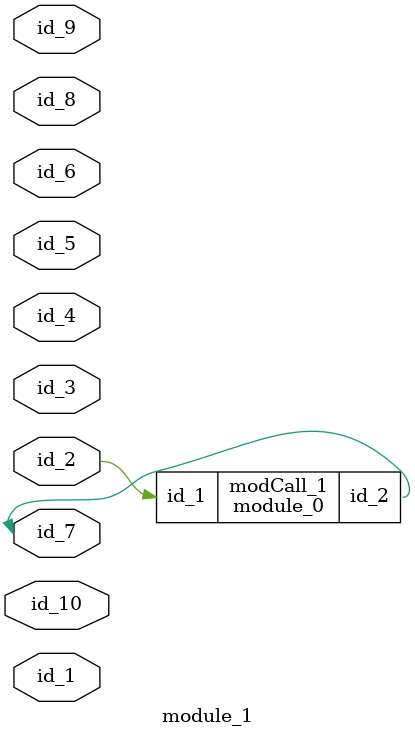
<source format=v>
module module_0 (
    id_1,
    id_2
);
  output wire id_2;
  input wire id_1;
endmodule
module module_1 (
    id_1,
    id_2,
    id_3,
    id_4,
    id_5,
    id_6,
    id_7,
    id_8,
    id_9,
    id_10
);
  input wire id_10;
  input wire id_9;
  inout wire id_8;
  inout wire id_7;
  inout wire id_6;
  inout wire id_5;
  inout wire id_4;
  input wire id_3;
  inout wire id_2;
  inout wire id_1;
  wire id_11;
  module_0 modCall_1 (
      id_2,
      id_7
  );
  wire id_12, id_13, id_14;
endmodule

</source>
